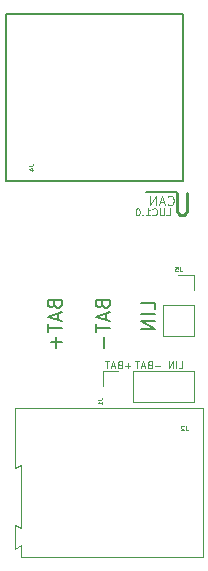
<source format=gbo>
G04 #@! TF.FileFunction,Legend,Bot*
%FSLAX46Y46*%
G04 Gerber Fmt 4.6, Leading zero omitted, Abs format (unit mm)*
G04 Created by KiCad (PCBNEW 4.0.7) date 01/29/18 07:06:24*
%MOMM*%
%LPD*%
G01*
G04 APERTURE LIST*
%ADD10C,0.100000*%
%ADD11C,0.175000*%
%ADD12C,0.250000*%
%ADD13C,0.200000*%
%ADD14C,0.120000*%
%ADD15C,0.150000*%
%ADD16C,0.090000*%
G04 APERTURE END LIST*
D10*
X155987428Y-99911429D02*
X156273142Y-99911429D01*
X156273142Y-99311429D01*
X155787428Y-99911429D02*
X155787428Y-99311429D01*
X155501714Y-99911429D02*
X155501714Y-99311429D01*
X155158857Y-99911429D01*
X155158857Y-99311429D01*
X154444286Y-99682857D02*
X153987143Y-99682857D01*
X153501429Y-99597143D02*
X153415715Y-99625714D01*
X153387143Y-99654286D01*
X153358572Y-99711429D01*
X153358572Y-99797143D01*
X153387143Y-99854286D01*
X153415715Y-99882857D01*
X153472857Y-99911429D01*
X153701429Y-99911429D01*
X153701429Y-99311429D01*
X153501429Y-99311429D01*
X153444286Y-99340000D01*
X153415715Y-99368571D01*
X153387143Y-99425714D01*
X153387143Y-99482857D01*
X153415715Y-99540000D01*
X153444286Y-99568571D01*
X153501429Y-99597143D01*
X153701429Y-99597143D01*
X153130000Y-99740000D02*
X152844286Y-99740000D01*
X153187143Y-99911429D02*
X152987143Y-99311429D01*
X152787143Y-99911429D01*
X152672857Y-99311429D02*
X152330000Y-99311429D01*
X152501429Y-99911429D02*
X152501429Y-99311429D01*
X151904286Y-99682857D02*
X151447143Y-99682857D01*
X151675714Y-99911429D02*
X151675714Y-99454286D01*
X150961429Y-99597143D02*
X150875715Y-99625714D01*
X150847143Y-99654286D01*
X150818572Y-99711429D01*
X150818572Y-99797143D01*
X150847143Y-99854286D01*
X150875715Y-99882857D01*
X150932857Y-99911429D01*
X151161429Y-99911429D01*
X151161429Y-99311429D01*
X150961429Y-99311429D01*
X150904286Y-99340000D01*
X150875715Y-99368571D01*
X150847143Y-99425714D01*
X150847143Y-99482857D01*
X150875715Y-99540000D01*
X150904286Y-99568571D01*
X150961429Y-99597143D01*
X151161429Y-99597143D01*
X150590000Y-99740000D02*
X150304286Y-99740000D01*
X150647143Y-99911429D02*
X150447143Y-99311429D01*
X150247143Y-99911429D01*
X150132857Y-99311429D02*
X149790000Y-99311429D01*
X149961429Y-99911429D02*
X149961429Y-99311429D01*
D11*
X153972857Y-94909143D02*
X153972857Y-94337714D01*
X152772857Y-94337714D01*
X153972857Y-95309143D02*
X152772857Y-95309143D01*
X153972857Y-95880572D02*
X152772857Y-95880572D01*
X153972857Y-96566287D01*
X152772857Y-96566287D01*
X149534286Y-94483714D02*
X149591429Y-94655143D01*
X149648571Y-94712286D01*
X149762857Y-94769429D01*
X149934286Y-94769429D01*
X150048571Y-94712286D01*
X150105714Y-94655143D01*
X150162857Y-94540857D01*
X150162857Y-94083714D01*
X148962857Y-94083714D01*
X148962857Y-94483714D01*
X149020000Y-94598000D01*
X149077143Y-94655143D01*
X149191429Y-94712286D01*
X149305714Y-94712286D01*
X149420000Y-94655143D01*
X149477143Y-94598000D01*
X149534286Y-94483714D01*
X149534286Y-94083714D01*
X149820000Y-95226571D02*
X149820000Y-95798000D01*
X150162857Y-95112286D02*
X148962857Y-95512286D01*
X150162857Y-95912286D01*
X148962857Y-96140857D02*
X148962857Y-96826571D01*
X150162857Y-96483714D02*
X148962857Y-96483714D01*
X149705714Y-97226571D02*
X149705714Y-98140857D01*
X145470286Y-94483714D02*
X145527429Y-94655143D01*
X145584571Y-94712286D01*
X145698857Y-94769429D01*
X145870286Y-94769429D01*
X145984571Y-94712286D01*
X146041714Y-94655143D01*
X146098857Y-94540857D01*
X146098857Y-94083714D01*
X144898857Y-94083714D01*
X144898857Y-94483714D01*
X144956000Y-94598000D01*
X145013143Y-94655143D01*
X145127429Y-94712286D01*
X145241714Y-94712286D01*
X145356000Y-94655143D01*
X145413143Y-94598000D01*
X145470286Y-94483714D01*
X145470286Y-94083714D01*
X145756000Y-95226571D02*
X145756000Y-95798000D01*
X146098857Y-95112286D02*
X144898857Y-95512286D01*
X146098857Y-95912286D01*
X144898857Y-96140857D02*
X144898857Y-96826571D01*
X146098857Y-96483714D02*
X144898857Y-96483714D01*
X145641714Y-97226571D02*
X145641714Y-98140857D01*
X146098857Y-97683714D02*
X145184571Y-97683714D01*
D10*
X154952591Y-86957995D02*
X155238305Y-86957995D01*
X155238305Y-86357995D01*
X154752591Y-86357995D02*
X154752591Y-86843709D01*
X154724019Y-86900852D01*
X154695448Y-86929423D01*
X154638305Y-86957995D01*
X154524019Y-86957995D01*
X154466877Y-86929423D01*
X154438305Y-86900852D01*
X154409734Y-86843709D01*
X154409734Y-86357995D01*
X153781163Y-86900852D02*
X153809734Y-86929423D01*
X153895448Y-86957995D01*
X153952591Y-86957995D01*
X154038306Y-86929423D01*
X154095448Y-86872280D01*
X154124020Y-86815137D01*
X154152591Y-86700852D01*
X154152591Y-86615137D01*
X154124020Y-86500852D01*
X154095448Y-86443709D01*
X154038306Y-86386566D01*
X153952591Y-86357995D01*
X153895448Y-86357995D01*
X153809734Y-86386566D01*
X153781163Y-86415137D01*
X153209734Y-86957995D02*
X153552591Y-86957995D01*
X153381163Y-86957995D02*
X153381163Y-86357995D01*
X153438306Y-86443709D01*
X153495448Y-86500852D01*
X153552591Y-86529423D01*
X152952591Y-86900852D02*
X152924019Y-86929423D01*
X152952591Y-86957995D01*
X152981162Y-86929423D01*
X152952591Y-86900852D01*
X152952591Y-86957995D01*
X152552591Y-86357995D02*
X152495448Y-86357995D01*
X152438305Y-86386566D01*
X152409734Y-86415137D01*
X152381163Y-86472280D01*
X152352591Y-86586566D01*
X152352591Y-86729423D01*
X152381163Y-86843709D01*
X152409734Y-86900852D01*
X152438305Y-86929423D01*
X152495448Y-86957995D01*
X152552591Y-86957995D01*
X152609734Y-86929423D01*
X152638305Y-86900852D01*
X152666877Y-86843709D01*
X152695448Y-86729423D01*
X152695448Y-86586566D01*
X152666877Y-86472280D01*
X152638305Y-86415137D01*
X152609734Y-86386566D01*
X152552591Y-86357995D01*
D12*
X155844963Y-85036490D02*
X155844963Y-86574585D01*
X155916391Y-86755537D01*
X155987820Y-86846014D01*
X156130677Y-86936490D01*
X156416391Y-86936490D01*
X156559249Y-86846014D01*
X156630677Y-86755537D01*
X156702106Y-86574585D01*
X156702106Y-85036490D01*
D10*
X155086019Y-86007080D02*
X155124114Y-86045176D01*
X155238400Y-86083271D01*
X155314590Y-86083271D01*
X155428876Y-86045176D01*
X155505067Y-85968985D01*
X155543162Y-85892795D01*
X155581257Y-85740414D01*
X155581257Y-85626128D01*
X155543162Y-85473747D01*
X155505067Y-85397556D01*
X155428876Y-85321366D01*
X155314590Y-85283271D01*
X155238400Y-85283271D01*
X155124114Y-85321366D01*
X155086019Y-85359461D01*
X154781257Y-85854699D02*
X154400305Y-85854699D01*
X154857448Y-86083271D02*
X154590781Y-85283271D01*
X154324114Y-86083271D01*
X154057448Y-86083271D02*
X154057448Y-85283271D01*
X153600305Y-86083271D01*
X153600305Y-85283271D01*
D13*
X155867134Y-85010166D02*
X153221534Y-85010166D01*
D14*
X157300000Y-100088000D02*
X157300000Y-102748000D01*
X152160000Y-100088000D02*
X157300000Y-100088000D01*
X152160000Y-102748000D02*
X157300000Y-102748000D01*
X152160000Y-100088000D02*
X152160000Y-102748000D01*
X150890000Y-100088000D02*
X149560000Y-100088000D01*
X149560000Y-100088000D02*
X149560000Y-101418000D01*
X158032000Y-103246000D02*
X158032000Y-115846000D01*
X158032000Y-115846000D02*
X142632000Y-115846000D01*
X142632000Y-115846000D02*
X142632000Y-114896000D01*
X142632000Y-114896000D02*
X142132000Y-115196000D01*
X142132000Y-115196000D02*
X142132000Y-113196000D01*
X142132000Y-113196000D02*
X142632000Y-113446000D01*
X142632000Y-113446000D02*
X142632000Y-108046000D01*
X142632000Y-108046000D02*
X142132000Y-108296000D01*
X142132000Y-108296000D02*
X142132000Y-103246000D01*
X142132000Y-103246000D02*
X158032000Y-103246000D01*
X157300000Y-97160000D02*
X154640000Y-97160000D01*
X157300000Y-94560000D02*
X157300000Y-97160000D01*
X154640000Y-94560000D02*
X154640000Y-97160000D01*
X157300000Y-94560000D02*
X154640000Y-94560000D01*
X157300000Y-93290000D02*
X157300000Y-91960000D01*
X157300000Y-91960000D02*
X155970000Y-91960000D01*
D15*
X156351860Y-84021120D02*
X156351860Y-69924120D01*
X141365860Y-69924120D02*
X141365860Y-84021120D01*
X156351860Y-84021120D02*
X141365860Y-84021120D01*
X156351860Y-69924120D02*
X141365860Y-69924120D01*
D16*
X149146952Y-102554667D02*
X149432667Y-102554667D01*
X149489810Y-102535619D01*
X149527905Y-102497524D01*
X149546952Y-102440381D01*
X149546952Y-102402286D01*
X149546952Y-102954667D02*
X149546952Y-102726095D01*
X149546952Y-102840381D02*
X149146952Y-102840381D01*
X149204095Y-102802286D01*
X149242190Y-102764191D01*
X149261238Y-102726095D01*
X156611333Y-104754952D02*
X156611333Y-105040667D01*
X156630381Y-105097810D01*
X156668476Y-105135905D01*
X156725619Y-105154952D01*
X156763714Y-105154952D01*
X156439905Y-104793048D02*
X156420857Y-104774000D01*
X156382762Y-104754952D01*
X156287524Y-104754952D01*
X156249428Y-104774000D01*
X156230381Y-104793048D01*
X156211333Y-104831143D01*
X156211333Y-104869238D01*
X156230381Y-104926381D01*
X156458952Y-105154952D01*
X156211333Y-105154952D01*
X156103333Y-91292952D02*
X156103333Y-91578667D01*
X156122381Y-91635810D01*
X156160476Y-91673905D01*
X156217619Y-91692952D01*
X156255714Y-91692952D01*
X155722381Y-91292952D02*
X155912857Y-91292952D01*
X155931905Y-91483429D01*
X155912857Y-91464381D01*
X155874762Y-91445333D01*
X155779524Y-91445333D01*
X155741428Y-91464381D01*
X155722381Y-91483429D01*
X155703333Y-91521524D01*
X155703333Y-91616762D01*
X155722381Y-91654857D01*
X155741428Y-91673905D01*
X155779524Y-91692952D01*
X155874762Y-91692952D01*
X155912857Y-91673905D01*
X155931905Y-91654857D01*
X143304952Y-82742667D02*
X143590667Y-82742667D01*
X143647810Y-82723619D01*
X143685905Y-82685524D01*
X143704952Y-82628381D01*
X143704952Y-82590286D01*
X143438286Y-83104572D02*
X143704952Y-83104572D01*
X143285905Y-83009334D02*
X143571619Y-82914095D01*
X143571619Y-83161715D01*
M02*

</source>
